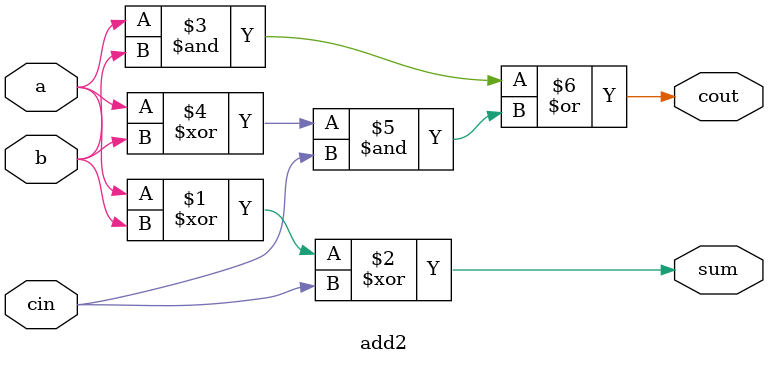
<source format=v>
module carry4to2(
 input clk,rst,en,
 input [63:0]a,
 input [63:0]b,
 input [63:0]c,
 input [63:0]d,
 output reg[63:0]s,
 output reg[63:0]q   
);
        //      
    
    wire [63:0] sum1,temp_s,temp_q;
    wire [63:0] carry1;
    carry3to2 csr1(
    .a(a),
    .b(b),
    .cin(c),
    .sum(sum1),
    .carry_out(carry1)
    );
    
    carry3to2 csr2(
    .a(sum1),
    .b(carry1),
    .cin(d),
    .sum(temp_s),
    .carry_out(temp_q)
    );
    always@(*)begin
        if(~rst)begin
        s=0;
        q=0;
        end else begin
            if(en)begin
            s=temp_s;
            q=temp_q;
            end else begin
            s=0;
            q=0;
            end
        end
    
    end
endmodule

module carry3to2(
    input [63:0]a,
    input [63:0]b,
    input [63:0]cin,
    output [63:0] sum,
    output [63:0]carry_out
    );
        wire [63:0]temp;
add2 add1(.a(a[0]), .b(b[0]), .cin(cin[0]), .sum(sum[0]), .cout(temp[0]));
add2 add2(.a(a[1]), .b(b[1]), .cin(cin[1]), .sum(sum[1]), .cout(temp[1]));
add2 add3(.a(a[2]), .b(b[2]), .cin(cin[2]), .sum(sum[2]), .cout(temp[2]));
add2 add4(.a(a[3]), .b(b[3]), .cin(cin[3]), .sum(sum[3]), .cout(temp[3]));
add2 add5(.a(a[4]), .b(b[4]), .cin(cin[4]), .sum(sum[4]), .cout(temp[4]));
add2 add6(.a(a[5]), .b(b[5]), .cin(cin[5]), .sum(sum[5]), .cout(temp[5]));
add2 add7(.a(a[6]), .b(b[6]), .cin(cin[6]), .sum(sum[6]), .cout(temp[6]));
add2 add8(.a(a[7]), .b(b[7]), .cin(cin[7]), .sum(sum[7]), .cout(temp[7]));
add2 add9(.a(a[8]), .b(b[8]), .cin(cin[8]), .sum(sum[8]), .cout(temp[8]));
add2 add10(.a(a[9]), .b(b[9]), .cin(cin[9]), .sum(sum[9]), .cout(temp[9]));
add2 add11(.a(a[10]), .b(b[10]), .cin(cin[10]), .sum(sum[10]), .cout(temp[10]));
add2 add12(.a(a[11]), .b(b[11]), .cin(cin[11]), .sum(sum[11]), .cout(temp[11]));
add2 add13(.a(a[12]), .b(b[12]), .cin(cin[12]), .sum(sum[12]), .cout(temp[12]));
add2 add14(.a(a[13]), .b(b[13]), .cin(cin[13]), .sum(sum[13]), .cout(temp[13]));
add2 add15(.a(a[14]), .b(b[14]), .cin(cin[14]), .sum(sum[14]), .cout(temp[14]));
add2 add16(.a(a[15]), .b(b[15]), .cin(cin[15]), .sum(sum[15]), .cout(temp[15]));
add2 add17(.a(a[16]), .b(b[16]), .cin(cin[16]), .sum(sum[16]), .cout(temp[16]));
add2 add18(.a(a[17]), .b(b[17]), .cin(cin[17]), .sum(sum[17]), .cout(temp[17]));
add2 add19(.a(a[18]), .b(b[18]), .cin(cin[18]), .sum(sum[18]), .cout(temp[18]));
add2 add20(.a(a[19]), .b(b[19]), .cin(cin[19]), .sum(sum[19]), .cout(temp[19]));
add2 add21(.a(a[20]), .b(b[20]), .cin(cin[20]), .sum(sum[20]), .cout(temp[20]));
add2 add22(.a(a[21]), .b(b[21]), .cin(cin[21]), .sum(sum[21]), .cout(temp[21]));
add2 add23(.a(a[22]), .b(b[22]), .cin(cin[22]), .sum(sum[22]), .cout(temp[22]));
add2 add24(.a(a[23]), .b(b[23]), .cin(cin[23]), .sum(sum[23]), .cout(temp[23]));
add2 add25(.a(a[24]), .b(b[24]), .cin(cin[24]), .sum(sum[24]), .cout(temp[24]));
add2 add26(.a(a[25]), .b(b[25]), .cin(cin[25]), .sum(sum[25]), .cout(temp[25]));
add2 add27(.a(a[26]), .b(b[26]), .cin(cin[26]), .sum(sum[26]), .cout(temp[26]));
add2 add28(.a(a[27]), .b(b[27]), .cin(cin[27]), .sum(sum[27]), .cout(temp[27]));
add2 add29(.a(a[28]), .b(b[28]), .cin(cin[28]), .sum(sum[28]), .cout(temp[28]));
add2 add30(.a(a[29]), .b(b[29]), .cin(cin[29]), .sum(sum[29]), .cout(temp[29]));
add2 add31(.a(a[30]), .b(b[30]), .cin(cin[30]), .sum(sum[30]), .cout(temp[30]));
add2 add32(.a(a[31]), .b(b[31]), .cin(cin[31]), .sum(sum[31]), .cout(temp[31]));
add2 add33(.a(a[32]), .b(b[32]), .cin(cin[32]), .sum(sum[32]), .cout(temp[32]));
add2 add34(.a(a[33]), .b(b[33]), .cin(cin[33]), .sum(sum[33]), .cout(temp[33]));
add2 add35(.a(a[34]), .b(b[34]), .cin(cin[34]), .sum(sum[34]), .cout(temp[34]));
add2 add36(.a(a[35]), .b(b[35]), .cin(cin[35]), .sum(sum[35]), .cout(temp[35]));
add2 add37(.a(a[36]), .b(b[36]), .cin(cin[36]), .sum(sum[36]), .cout(temp[36]));
add2 add38(.a(a[37]), .b(b[37]), .cin(cin[37]), .sum(sum[37]), .cout(temp[37]));
add2 add39(.a(a[38]), .b(b[38]), .cin(cin[38]), .sum(sum[38]), .cout(temp[38]));
add2 add40(.a(a[39]), .b(b[39]), .cin(cin[39]), .sum(sum[39]), .cout(temp[39]));
add2 add41(.a(a[40]), .b(b[40]), .cin(cin[40]), .sum(sum[40]), .cout(temp[40]));
add2 add42(.a(a[41]), .b(b[41]), .cin(cin[41]), .sum(sum[41]), .cout(temp[41]));
add2 add43(.a(a[42]), .b(b[42]), .cin(cin[42]), .sum(sum[42]), .cout(temp[42]));
add2 add44(.a(a[43]), .b(b[43]), .cin(cin[43]), .sum(sum[43]), .cout(temp[43]));
add2 add45(.a(a[44]), .b(b[44]), .cin(cin[44]), .sum(sum[44]), .cout(temp[44]));
add2 add46(.a(a[45]), .b(b[45]), .cin(cin[45]), .sum(sum[45]), .cout(temp[45]));
add2 add47(.a(a[46]), .b(b[46]), .cin(cin[46]), .sum(sum[46]), .cout(temp[46]));
add2 add48(.a(a[47]), .b(b[47]), .cin(cin[47]), .sum(sum[47]), .cout(temp[47]));
add2 add49(.a(a[48]), .b(b[48]), .cin(cin[48]), .sum(sum[48]), .cout(temp[48]));
add2 add50(.a(a[49]), .b(b[49]), .cin(cin[49]), .sum(sum[49]), .cout(temp[49]));
add2 add51(.a(a[50]), .b(b[50]), .cin(cin[50]), .sum(sum[50]), .cout(temp[50]));
add2 add52(.a(a[51]), .b(b[51]), .cin(cin[51]), .sum(sum[51]), .cout(temp[51]));
add2 add53(.a(a[52]), .b(b[52]), .cin(cin[52]), .sum(sum[52]), .cout(temp[52]));
add2 add54(.a(a[53]), .b(b[53]), .cin(cin[53]), .sum(sum[53]), .cout(temp[53]));
add2 add55(.a(a[54]), .b(b[54]), .cin(cin[54]), .sum(sum[54]), .cout(temp[54]));
add2 add56(.a(a[55]), .b(b[55]), .cin(cin[55]), .sum(sum[55]), .cout(temp[55]));
add2 add57(.a(a[56]), .b(b[56]), .cin(cin[56]), .sum(sum[56]), .cout(temp[56]));
add2 add58(.a(a[57]), .b(b[57]), .cin(cin[57]), .sum(sum[57]), .cout(temp[57]));
add2 add59(.a(a[58]), .b(b[58]), .cin(cin[58]), .sum(sum[58]), .cout(temp[58]));
add2 add60(.a(a[59]), .b(b[59]), .cin(cin[59]), .sum(sum[59]), .cout(temp[59]));
add2 add61(.a(a[60]), .b(b[60]), .cin(cin[60]), .sum(sum[60]), .cout(temp[60]));
add2 add62(.a(a[61]), .b(b[61]), .cin(cin[61]), .sum(sum[61]), .cout(temp[61]));
add2 add63(.a(a[62]), .b(b[62]), .cin(cin[62]), .sum(sum[62]), .cout(temp[62]));
add2 add64(.a(a[63]), .b(b[63]), .cin(cin[63]), .sum(sum[63]), .cout(temp[63]));


    assign carry_out=temp<<1;
endmodule
module add2
(
	input a,     	//    
	input b,		//      
	input cin,		//        
	output sum,		//        
	output cout		//        
);
	assign sum = a^b^cin;
	assign cout = (a&b)|((a^b)&cin);
endmodule
</source>
